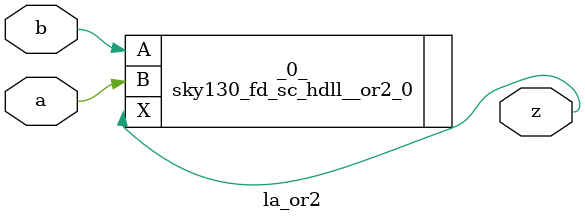
<source format=v>

/* Generated by Yosys 0.37 (git sha1 a5c7f69ed, clang 14.0.0-1ubuntu1.1 -fPIC -Os) */

module la_or2(a, b, z);
  input a;
  wire a;
  input b;
  wire b;
  output z;
  wire z;
  sky130_fd_sc_hdll__or2_0 _0_ (
    .A(b),
    .B(a),
    .X(z)
  );
endmodule

</source>
